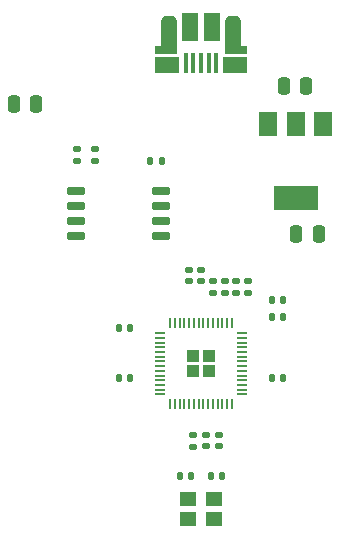
<source format=gbr>
G04 #@! TF.GenerationSoftware,KiCad,Pcbnew,8.0.5*
G04 #@! TF.CreationDate,2025-01-11T09:08:56+01:00*
G04 #@! TF.ProjectId,RP2040_minimal_r2,52503230-3430-45f6-9d69-6e696d616c5f,REV2*
G04 #@! TF.SameCoordinates,Original*
G04 #@! TF.FileFunction,Paste,Top*
G04 #@! TF.FilePolarity,Positive*
%FSLAX46Y46*%
G04 Gerber Fmt 4.6, Leading zero omitted, Abs format (unit mm)*
G04 Created by KiCad (PCBNEW 8.0.5) date 2025-01-11 09:08:56*
%MOMM*%
%LPD*%
G01*
G04 APERTURE LIST*
G04 Aperture macros list*
%AMRoundRect*
0 Rectangle with rounded corners*
0 $1 Rounding radius*
0 $2 $3 $4 $5 $6 $7 $8 $9 X,Y pos of 4 corners*
0 Add a 4 corners polygon primitive as box body*
4,1,4,$2,$3,$4,$5,$6,$7,$8,$9,$2,$3,0*
0 Add four circle primitives for the rounded corners*
1,1,$1+$1,$2,$3*
1,1,$1+$1,$4,$5*
1,1,$1+$1,$6,$7*
1,1,$1+$1,$8,$9*
0 Add four rect primitives between the rounded corners*
20,1,$1+$1,$2,$3,$4,$5,0*
20,1,$1+$1,$4,$5,$6,$7,0*
20,1,$1+$1,$6,$7,$8,$9,0*
20,1,$1+$1,$8,$9,$2,$3,0*%
G04 Aperture macros list end*
%ADD10RoundRect,0.250000X-0.250000X-0.475000X0.250000X-0.475000X0.250000X0.475000X-0.250000X0.475000X0*%
%ADD11R,0.400000X1.750000*%
%ADD12R,1.825000X0.700000*%
%ADD13R,2.000000X1.460000*%
%ADD14RoundRect,0.384800X0.265200X1.240200X-0.265200X1.240200X-0.265200X-1.240200X0.265200X-1.240200X0*%
%ADD15R,1.425000X2.400000*%
%ADD16RoundRect,0.140000X0.170000X-0.140000X0.170000X0.140000X-0.170000X0.140000X-0.170000X-0.140000X0*%
%ADD17RoundRect,0.140000X0.140000X0.170000X-0.140000X0.170000X-0.140000X-0.170000X0.140000X-0.170000X0*%
%ADD18RoundRect,0.135000X-0.185000X0.135000X-0.185000X-0.135000X0.185000X-0.135000X0.185000X0.135000X0*%
%ADD19R,1.500000X2.000000*%
%ADD20R,3.800000X2.000000*%
%ADD21RoundRect,0.150000X-0.650000X-0.150000X0.650000X-0.150000X0.650000X0.150000X-0.650000X0.150000X0*%
%ADD22RoundRect,0.135000X0.185000X-0.135000X0.185000X0.135000X-0.185000X0.135000X-0.185000X-0.135000X0*%
%ADD23RoundRect,0.140000X-0.140000X-0.170000X0.140000X-0.170000X0.140000X0.170000X-0.140000X0.170000X0*%
%ADD24RoundRect,0.140000X-0.170000X0.140000X-0.170000X-0.140000X0.170000X-0.140000X0.170000X0.140000X0*%
%ADD25RoundRect,0.250000X-0.292217X-0.292217X0.292217X-0.292217X0.292217X0.292217X-0.292217X0.292217X0*%
%ADD26RoundRect,0.050000X-0.387500X-0.050000X0.387500X-0.050000X0.387500X0.050000X-0.387500X0.050000X0*%
%ADD27RoundRect,0.050000X-0.050000X-0.387500X0.050000X-0.387500X0.050000X0.387500X-0.050000X0.387500X0*%
%ADD28R,1.400000X1.200000*%
G04 APERTURE END LIST*
D10*
X108075000Y-89000000D03*
X109975000Y-89000000D03*
D11*
X101300000Y-74525000D03*
X100650000Y-74525000D03*
X100000000Y-74525000D03*
X99350000Y-74525000D03*
X98700000Y-74525000D03*
D12*
X102987500Y-73400000D03*
D13*
X102900000Y-74730000D03*
D14*
X102725000Y-72125000D03*
D15*
X100962500Y-71500000D03*
X99037500Y-71500000D03*
D14*
X97275000Y-72125000D03*
D13*
X97100000Y-74730000D03*
D12*
X97012500Y-73400000D03*
D16*
X104000000Y-93995000D03*
X104000000Y-93035000D03*
X103000000Y-93995000D03*
X103000000Y-93035000D03*
D17*
X93995000Y-101200000D03*
X93035000Y-101200000D03*
X96665000Y-82830000D03*
X95705000Y-82830000D03*
D18*
X89500000Y-81805000D03*
X89500000Y-82825000D03*
D19*
X110300000Y-79700000D03*
X108000000Y-79700000D03*
D20*
X108000000Y-86000000D03*
D19*
X105700000Y-79700000D03*
D21*
X89450000Y-85370000D03*
X89450000Y-86640000D03*
X89450000Y-87910000D03*
X89450000Y-89180000D03*
X96650000Y-89180000D03*
X96650000Y-87910000D03*
X96650000Y-86640000D03*
X96650000Y-85370000D03*
D22*
X91000000Y-82825000D03*
X91000000Y-81805000D03*
D16*
X100000000Y-92995000D03*
X100000000Y-92035000D03*
D23*
X106005000Y-101200000D03*
X106965000Y-101200000D03*
D24*
X100381000Y-106005000D03*
X100381000Y-106965000D03*
D18*
X101000000Y-93005000D03*
X101000000Y-94025000D03*
D24*
X101500000Y-106005000D03*
X101500000Y-106965000D03*
D10*
X106987500Y-76500000D03*
X108887500Y-76500000D03*
D17*
X93995000Y-97000000D03*
X93035000Y-97000000D03*
D23*
X106005000Y-94600000D03*
X106965000Y-94600000D03*
D25*
X99362500Y-99362500D03*
X99362500Y-100637500D03*
X100637500Y-99362500D03*
X100637500Y-100637500D03*
D26*
X96562500Y-97400000D03*
X96562500Y-97800000D03*
X96562500Y-98200000D03*
X96562500Y-98600000D03*
X96562500Y-99000000D03*
X96562500Y-99400000D03*
X96562500Y-99800000D03*
X96562500Y-100200000D03*
X96562500Y-100600000D03*
X96562500Y-101000000D03*
X96562500Y-101400000D03*
X96562500Y-101800000D03*
X96562500Y-102200000D03*
X96562500Y-102600000D03*
D27*
X97400000Y-103437500D03*
X97800000Y-103437500D03*
X98200000Y-103437500D03*
X98600000Y-103437500D03*
X99000000Y-103437500D03*
X99400000Y-103437500D03*
X99800000Y-103437500D03*
X100200000Y-103437500D03*
X100600000Y-103437500D03*
X101000000Y-103437500D03*
X101400000Y-103437500D03*
X101800000Y-103437500D03*
X102200000Y-103437500D03*
X102600000Y-103437500D03*
D26*
X103437500Y-102600000D03*
X103437500Y-102200000D03*
X103437500Y-101800000D03*
X103437500Y-101400000D03*
X103437500Y-101000000D03*
X103437500Y-100600000D03*
X103437500Y-100200000D03*
X103437500Y-99800000D03*
X103437500Y-99400000D03*
X103437500Y-99000000D03*
X103437500Y-98600000D03*
X103437500Y-98200000D03*
X103437500Y-97800000D03*
X103437500Y-97400000D03*
D27*
X102600000Y-96562500D03*
X102200000Y-96562500D03*
X101800000Y-96562500D03*
X101400000Y-96562500D03*
X101000000Y-96562500D03*
X100600000Y-96562500D03*
X100200000Y-96562500D03*
X99800000Y-96562500D03*
X99400000Y-96562500D03*
X99000000Y-96562500D03*
X98600000Y-96562500D03*
X98200000Y-96562500D03*
X97800000Y-96562500D03*
X97400000Y-96562500D03*
D18*
X102000000Y-93005000D03*
X102000000Y-94025000D03*
D16*
X99000000Y-92995000D03*
X99000000Y-92035000D03*
D23*
X106005000Y-96000000D03*
X106965000Y-96000000D03*
D10*
X84165000Y-78000000D03*
X86065000Y-78000000D03*
D17*
X99180000Y-109500000D03*
X98220000Y-109500000D03*
D23*
X100820000Y-109500000D03*
X101780000Y-109500000D03*
D28*
X98900000Y-113150000D03*
X101100000Y-113150000D03*
X101100000Y-111450000D03*
X98900000Y-111450000D03*
D18*
X99300000Y-105990000D03*
X99300000Y-107010000D03*
M02*

</source>
